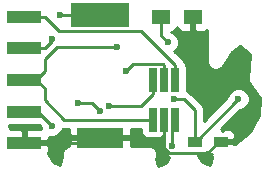
<source format=gbl>
G04 #@! TF.FileFunction,Copper,L2,Bot,Signal*
%FSLAX46Y46*%
G04 Gerber Fmt 4.6, Leading zero omitted, Abs format (unit mm)*
G04 Created by KiCad (PCBNEW 4.0.4-stable) date 08/29/17 21:10:05*
%MOMM*%
%LPD*%
G01*
G04 APERTURE LIST*
%ADD10C,0.100000*%
%ADD11R,1.200000X0.900000*%
%ADD12R,1.500000X1.300000*%
%ADD13R,5.000000X2.000000*%
%ADD14R,4.000000X1.700000*%
%ADD15R,0.650000X2.000000*%
%ADD16R,3.000000X1.000000*%
%ADD17C,0.600000*%
%ADD18C,0.250000*%
%ADD19C,0.254000*%
G04 APERTURE END LIST*
D10*
D11*
X16637260Y-10104040D03*
X18837260Y-10104040D03*
D12*
X13787260Y445960D03*
X16487260Y445960D03*
D13*
X8637260Y595960D03*
D14*
X8637260Y-9754040D03*
D15*
X14987260Y-8264040D03*
X14037260Y-8264040D03*
X13087260Y-8264040D03*
X13087260Y-4844040D03*
X14037260Y-4844040D03*
X14987260Y-4844040D03*
D16*
X2187260Y-10204040D03*
X2187260Y-7554040D03*
X2187260Y-2204040D03*
X2187260Y-4854040D03*
X2187260Y445960D03*
D17*
X10037260Y-2104040D03*
X14337260Y-1704040D03*
X9337260Y-7054040D03*
X14887260Y-6516042D03*
X20337260Y-6484042D03*
X5237260Y595960D03*
X4537260Y-8754040D03*
X10837260Y-4104040D03*
X8637260Y-7504040D03*
X14737260Y-10454040D03*
X6787260Y-6804040D03*
X4587260Y-1404040D03*
D18*
X10037260Y-2104040D02*
X4937260Y-2104040D01*
X4937260Y-2104040D02*
X3937260Y-3104040D01*
X3937260Y-3104040D02*
X3937260Y-4104040D01*
X3937260Y-4104040D02*
X3187260Y-4854040D01*
X3187260Y-4854040D02*
X2187260Y-4854040D01*
X13787260Y445960D02*
X13787260Y-1154040D01*
X13787260Y-1154040D02*
X14337260Y-1704040D01*
X13087260Y-8264040D02*
X5597260Y-8264040D01*
X5597260Y-8264040D02*
X3937260Y-6604040D01*
X3937260Y-6604040D02*
X3937260Y-5604040D01*
X3937260Y-5604040D02*
X3187260Y-4854040D01*
X18837260Y-10104040D02*
X18687260Y-10104040D01*
X17712259Y-11079041D02*
X14437259Y-11079041D01*
X18687260Y-10104040D02*
X17712259Y-11079041D01*
X14437259Y-11079041D02*
X14037260Y-10679042D01*
X14037260Y-9514040D02*
X14037260Y-8264040D01*
X14037260Y-10679042D02*
X14037260Y-9514040D01*
X2187260Y-10204040D02*
X8187260Y-10204040D01*
X8187260Y-10204040D02*
X8637260Y-9754040D01*
X14037260Y-9514040D02*
X13797260Y-9754040D01*
X13797260Y-9754040D02*
X10887260Y-9754040D01*
X10887260Y-9754040D02*
X8637260Y-9754040D01*
X13087260Y-4844040D02*
X13087260Y-6094040D01*
X13087260Y-6094040D02*
X12127260Y-7054040D01*
X12127260Y-7054040D02*
X9337260Y-7054040D01*
X15737260Y-6504040D02*
X16637260Y-7404040D01*
X16637260Y-7404040D02*
X16637260Y-8266042D01*
X15323526Y-6504040D02*
X15737260Y-6504040D01*
X14887260Y-6516042D02*
X15311524Y-6516042D01*
X15311524Y-6516042D02*
X15323526Y-6504040D01*
X16637260Y-8266042D02*
X16637260Y-10104040D01*
X20337260Y-6484042D02*
X16717262Y-10104040D01*
X16717262Y-10104040D02*
X16637260Y-10104040D01*
X8637260Y595960D02*
X7137260Y595960D01*
X7137260Y595960D02*
X5237260Y595960D01*
X4537260Y-8754040D02*
X3337260Y-7554040D01*
X3337260Y-7554040D02*
X2187260Y-7554040D01*
X14037260Y-4844040D02*
X14037260Y-3594040D01*
X11422261Y-3519039D02*
X10837260Y-4104040D01*
X14037260Y-3594040D02*
X13962259Y-3519039D01*
X13962259Y-3519039D02*
X11422261Y-3519039D01*
X14987260Y-4844040D02*
X14987260Y-3594040D01*
X14987260Y-3594040D02*
X12122261Y-729041D01*
X12122261Y-729041D02*
X5112261Y-729041D01*
X5112261Y-729041D02*
X3937260Y445960D01*
X3937260Y445960D02*
X2187260Y445960D01*
X14737260Y-10454040D02*
X14737260Y-8514040D01*
X14737260Y-8514040D02*
X14987260Y-8264040D01*
X7552260Y-6804040D02*
X7937260Y-6804040D01*
X7937260Y-6804040D02*
X8637260Y-7504040D01*
X6787260Y-6804040D02*
X7552260Y-6804040D01*
X2187260Y-2204040D02*
X3937260Y-2204040D01*
X3937260Y-2204040D02*
X4587260Y-1554040D01*
X4587260Y-1554040D02*
X4587260Y-1404040D01*
D19*
G36*
X3602138Y-8893720D02*
X3602098Y-8939207D01*
X3655744Y-9069040D01*
X2473010Y-9069040D01*
X2314260Y-9227790D01*
X2314260Y-10077040D01*
X4163510Y-10077040D01*
X4322260Y-9918290D01*
X4322260Y-9677168D01*
X4350461Y-9688878D01*
X4722427Y-9689202D01*
X5066203Y-9547157D01*
X5329452Y-9284367D01*
X5449735Y-8994695D01*
X5597260Y-9024040D01*
X6002260Y-9024040D01*
X6002260Y-9468290D01*
X6161010Y-9627040D01*
X8510260Y-9627040D01*
X8510260Y-9607040D01*
X8764260Y-9607040D01*
X8764260Y-9627040D01*
X11113510Y-9627040D01*
X11272260Y-9468290D01*
X11272260Y-9024040D01*
X12114820Y-9024040D01*
X12114820Y-9264040D01*
X12159098Y-9499357D01*
X12298170Y-9715481D01*
X12510370Y-9860471D01*
X12762260Y-9911480D01*
X13412260Y-9911480D01*
X13552346Y-9885121D01*
X13585950Y-9899040D01*
X13751510Y-9899040D01*
X13910258Y-9740292D01*
X13910258Y-9899040D01*
X13969784Y-9899040D01*
X13945068Y-9923713D01*
X13802422Y-10267241D01*
X13802098Y-10639207D01*
X13944143Y-10982983D01*
X14206933Y-11246232D01*
X14496496Y-11366470D01*
X14192193Y-11940791D01*
X13543833Y-12198572D01*
X13386342Y-11513485D01*
X13402303Y-11481562D01*
X13409041Y-11456956D01*
X13423214Y-11435745D01*
X13445416Y-11324127D01*
X13475473Y-11214371D01*
X13472283Y-11189063D01*
X13477260Y-11164040D01*
X13455058Y-11052423D01*
X13440825Y-10939518D01*
X13428191Y-10917354D01*
X13423214Y-10892335D01*
X13359990Y-10797713D01*
X13303632Y-10698847D01*
X13283480Y-10683207D01*
X13269306Y-10661994D01*
X13174682Y-10598769D01*
X13084782Y-10528997D01*
X13060176Y-10522259D01*
X13038965Y-10508086D01*
X12927347Y-10485884D01*
X12817591Y-10455827D01*
X12792282Y-10459017D01*
X12767260Y-10454040D01*
X11272260Y-10454040D01*
X11272260Y-10039790D01*
X11113510Y-9881040D01*
X8764260Y-9881040D01*
X8764260Y-9901040D01*
X8510260Y-9901040D01*
X8510260Y-9881040D01*
X6161010Y-9881040D01*
X6002260Y-10039790D01*
X6002260Y-10458670D01*
X5906806Y-10487946D01*
X5805555Y-10508086D01*
X5775364Y-10528259D01*
X5740649Y-10538906D01*
X5661053Y-10604638D01*
X5575214Y-10661994D01*
X5555039Y-10692188D01*
X5527044Y-10715307D01*
X5478660Y-10806498D01*
X5421306Y-10892335D01*
X5414223Y-10927946D01*
X5397203Y-10960023D01*
X5387400Y-11062793D01*
X5367260Y-11164040D01*
X5374344Y-11199653D01*
X5370896Y-11235799D01*
X5401166Y-11334494D01*
X5404870Y-11353116D01*
X5243048Y-12052997D01*
X4601396Y-11792447D01*
X4215116Y-11074210D01*
X4225587Y-11063739D01*
X4322260Y-10830350D01*
X4322260Y-10489790D01*
X4163510Y-10331040D01*
X2314260Y-10331040D01*
X2314260Y-10351040D01*
X2060260Y-10351040D01*
X2060260Y-10331040D01*
X2040260Y-10331040D01*
X2040260Y-10077040D01*
X2060260Y-10077040D01*
X2060260Y-9227790D01*
X1901510Y-9069040D01*
X975263Y-9069040D01*
X891867Y-8701480D01*
X3409898Y-8701480D01*
X3602138Y-8893720D01*
X3602138Y-8893720D01*
G37*
X3602138Y-8893720D02*
X3602098Y-8939207D01*
X3655744Y-9069040D01*
X2473010Y-9069040D01*
X2314260Y-9227790D01*
X2314260Y-10077040D01*
X4163510Y-10077040D01*
X4322260Y-9918290D01*
X4322260Y-9677168D01*
X4350461Y-9688878D01*
X4722427Y-9689202D01*
X5066203Y-9547157D01*
X5329452Y-9284367D01*
X5449735Y-8994695D01*
X5597260Y-9024040D01*
X6002260Y-9024040D01*
X6002260Y-9468290D01*
X6161010Y-9627040D01*
X8510260Y-9627040D01*
X8510260Y-9607040D01*
X8764260Y-9607040D01*
X8764260Y-9627040D01*
X11113510Y-9627040D01*
X11272260Y-9468290D01*
X11272260Y-9024040D01*
X12114820Y-9024040D01*
X12114820Y-9264040D01*
X12159098Y-9499357D01*
X12298170Y-9715481D01*
X12510370Y-9860471D01*
X12762260Y-9911480D01*
X13412260Y-9911480D01*
X13552346Y-9885121D01*
X13585950Y-9899040D01*
X13751510Y-9899040D01*
X13910258Y-9740292D01*
X13910258Y-9899040D01*
X13969784Y-9899040D01*
X13945068Y-9923713D01*
X13802422Y-10267241D01*
X13802098Y-10639207D01*
X13944143Y-10982983D01*
X14206933Y-11246232D01*
X14496496Y-11366470D01*
X14192193Y-11940791D01*
X13543833Y-12198572D01*
X13386342Y-11513485D01*
X13402303Y-11481562D01*
X13409041Y-11456956D01*
X13423214Y-11435745D01*
X13445416Y-11324127D01*
X13475473Y-11214371D01*
X13472283Y-11189063D01*
X13477260Y-11164040D01*
X13455058Y-11052423D01*
X13440825Y-10939518D01*
X13428191Y-10917354D01*
X13423214Y-10892335D01*
X13359990Y-10797713D01*
X13303632Y-10698847D01*
X13283480Y-10683207D01*
X13269306Y-10661994D01*
X13174682Y-10598769D01*
X13084782Y-10528997D01*
X13060176Y-10522259D01*
X13038965Y-10508086D01*
X12927347Y-10485884D01*
X12817591Y-10455827D01*
X12792282Y-10459017D01*
X12767260Y-10454040D01*
X11272260Y-10454040D01*
X11272260Y-10039790D01*
X11113510Y-9881040D01*
X8764260Y-9881040D01*
X8764260Y-9901040D01*
X8510260Y-9901040D01*
X8510260Y-9881040D01*
X6161010Y-9881040D01*
X6002260Y-10039790D01*
X6002260Y-10458670D01*
X5906806Y-10487946D01*
X5805555Y-10508086D01*
X5775364Y-10528259D01*
X5740649Y-10538906D01*
X5661053Y-10604638D01*
X5575214Y-10661994D01*
X5555039Y-10692188D01*
X5527044Y-10715307D01*
X5478660Y-10806498D01*
X5421306Y-10892335D01*
X5414223Y-10927946D01*
X5397203Y-10960023D01*
X5387400Y-11062793D01*
X5367260Y-11164040D01*
X5374344Y-11199653D01*
X5370896Y-11235799D01*
X5401166Y-11334494D01*
X5404870Y-11353116D01*
X5243048Y-12052997D01*
X4601396Y-11792447D01*
X4215116Y-11074210D01*
X4225587Y-11063739D01*
X4322260Y-10830350D01*
X4322260Y-10489790D01*
X4163510Y-10331040D01*
X2314260Y-10331040D01*
X2314260Y-10351040D01*
X2060260Y-10351040D01*
X2060260Y-10331040D01*
X2040260Y-10331040D01*
X2040260Y-10077040D01*
X2060260Y-10077040D01*
X2060260Y-9227790D01*
X1901510Y-9069040D01*
X975263Y-9069040D01*
X891867Y-8701480D01*
X3409898Y-8701480D01*
X3602138Y-8893720D01*
G36*
X17877562Y-11092367D02*
X18056502Y-11166486D01*
X18049047Y-11193709D01*
X18060405Y-11283806D01*
X18059370Y-11374613D01*
X18064142Y-11386514D01*
X17898940Y-12115094D01*
X17245610Y-11852979D01*
X16906399Y-11201480D01*
X17237260Y-11201480D01*
X17472577Y-11157202D01*
X17688701Y-11018130D01*
X17735229Y-10950034D01*
X17877562Y-11092367D01*
X17877562Y-11092367D01*
G37*
X17877562Y-11092367D02*
X18056502Y-11166486D01*
X18049047Y-11193709D01*
X18060405Y-11283806D01*
X18059370Y-11374613D01*
X18064142Y-11386514D01*
X17898940Y-12115094D01*
X17245610Y-11852979D01*
X16906399Y-11201480D01*
X17237260Y-11201480D01*
X17472577Y-11157202D01*
X17688701Y-11018130D01*
X17735229Y-10950034D01*
X17877562Y-11092367D01*
G36*
X16614260Y572960D02*
X16634260Y572960D01*
X16634260Y318960D01*
X16614260Y318960D01*
X16614260Y-680290D01*
X16773010Y-839040D01*
X17363569Y-839040D01*
X17596958Y-742367D01*
X17697260Y-642066D01*
X17697260Y-3334040D01*
X17712466Y-3410484D01*
X17714244Y-3488408D01*
X17739231Y-3545040D01*
X17751306Y-3605745D01*
X17794609Y-3670553D01*
X17826072Y-3741863D01*
X17870825Y-3784619D01*
X17905214Y-3836086D01*
X17970022Y-3879389D01*
X18026379Y-3933231D01*
X18084091Y-3955607D01*
X18135555Y-3989994D01*
X18212002Y-4005200D01*
X18284672Y-4033376D01*
X18346550Y-4031964D01*
X18407260Y-4044040D01*
X18483704Y-4028834D01*
X18561628Y-4027056D01*
X18618260Y-4002069D01*
X18678965Y-3989994D01*
X18743773Y-3946691D01*
X18815083Y-3915228D01*
X18857839Y-3870475D01*
X18909306Y-3836086D01*
X18952609Y-3771278D01*
X19006451Y-3714921D01*
X19754407Y-2538259D01*
X20470403Y-2015468D01*
X21318781Y-2685523D01*
X21149595Y-4766506D01*
X21162991Y-4882245D01*
X21169054Y-4998602D01*
X21178833Y-5019120D01*
X21181446Y-5041697D01*
X21238110Y-5143493D01*
X21288242Y-5248680D01*
X22135706Y-6384281D01*
X22065806Y-7821111D01*
X21272329Y-9315213D01*
X20009206Y-10287485D01*
X19976141Y-10293671D01*
X19913510Y-10231040D01*
X18964260Y-10231040D01*
X18964260Y-10251040D01*
X18710260Y-10251040D01*
X18710260Y-10231040D01*
X18690260Y-10231040D01*
X18690260Y-9977040D01*
X18710260Y-9977040D01*
X18710260Y-9957040D01*
X18964260Y-9957040D01*
X18964260Y-9977040D01*
X19913510Y-9977040D01*
X20072260Y-9818290D01*
X20072260Y-9527730D01*
X19975587Y-9294341D01*
X19796958Y-9115713D01*
X19563569Y-9019040D01*
X19123010Y-9019040D01*
X18964262Y-9177788D01*
X18964262Y-9019040D01*
X18877064Y-9019040D01*
X20476940Y-7419164D01*
X20522427Y-7419204D01*
X20866203Y-7277159D01*
X21129452Y-7014369D01*
X21272098Y-6670841D01*
X21272422Y-6298875D01*
X21130377Y-5955099D01*
X20867587Y-5691850D01*
X20524059Y-5549204D01*
X20152093Y-5548880D01*
X19808317Y-5690925D01*
X19545068Y-5953715D01*
X19402422Y-6297243D01*
X19402381Y-6344119D01*
X17397260Y-8349240D01*
X17397260Y-7404040D01*
X17380319Y-7318873D01*
X17339408Y-7113200D01*
X17174661Y-6866639D01*
X16274661Y-5966639D01*
X16028099Y-5801892D01*
X15959700Y-5788286D01*
X15959700Y-3844040D01*
X15915422Y-3608723D01*
X15776350Y-3392599D01*
X15696312Y-3337912D01*
X15689408Y-3303201D01*
X15689408Y-3303200D01*
X15524661Y-3056639D01*
X14915734Y-2447712D01*
X15129452Y-2234367D01*
X15272098Y-1890839D01*
X15272422Y-1518873D01*
X15130377Y-1175097D01*
X14867587Y-911848D01*
X14664533Y-827532D01*
X14772577Y-807202D01*
X14988701Y-668130D01*
X15133691Y-455930D01*
X15140451Y-422550D01*
X15198933Y-563739D01*
X15377562Y-742367D01*
X15610951Y-839040D01*
X16201510Y-839040D01*
X16360260Y-680290D01*
X16360260Y318960D01*
X16340260Y318960D01*
X16340260Y572960D01*
X16360260Y572960D01*
X16360260Y592960D01*
X16614260Y592960D01*
X16614260Y572960D01*
X16614260Y572960D01*
G37*
X16614260Y572960D02*
X16634260Y572960D01*
X16634260Y318960D01*
X16614260Y318960D01*
X16614260Y-680290D01*
X16773010Y-839040D01*
X17363569Y-839040D01*
X17596958Y-742367D01*
X17697260Y-642066D01*
X17697260Y-3334040D01*
X17712466Y-3410484D01*
X17714244Y-3488408D01*
X17739231Y-3545040D01*
X17751306Y-3605745D01*
X17794609Y-3670553D01*
X17826072Y-3741863D01*
X17870825Y-3784619D01*
X17905214Y-3836086D01*
X17970022Y-3879389D01*
X18026379Y-3933231D01*
X18084091Y-3955607D01*
X18135555Y-3989994D01*
X18212002Y-4005200D01*
X18284672Y-4033376D01*
X18346550Y-4031964D01*
X18407260Y-4044040D01*
X18483704Y-4028834D01*
X18561628Y-4027056D01*
X18618260Y-4002069D01*
X18678965Y-3989994D01*
X18743773Y-3946691D01*
X18815083Y-3915228D01*
X18857839Y-3870475D01*
X18909306Y-3836086D01*
X18952609Y-3771278D01*
X19006451Y-3714921D01*
X19754407Y-2538259D01*
X20470403Y-2015468D01*
X21318781Y-2685523D01*
X21149595Y-4766506D01*
X21162991Y-4882245D01*
X21169054Y-4998602D01*
X21178833Y-5019120D01*
X21181446Y-5041697D01*
X21238110Y-5143493D01*
X21288242Y-5248680D01*
X22135706Y-6384281D01*
X22065806Y-7821111D01*
X21272329Y-9315213D01*
X20009206Y-10287485D01*
X19976141Y-10293671D01*
X19913510Y-10231040D01*
X18964260Y-10231040D01*
X18964260Y-10251040D01*
X18710260Y-10251040D01*
X18710260Y-10231040D01*
X18690260Y-10231040D01*
X18690260Y-9977040D01*
X18710260Y-9977040D01*
X18710260Y-9957040D01*
X18964260Y-9957040D01*
X18964260Y-9977040D01*
X19913510Y-9977040D01*
X20072260Y-9818290D01*
X20072260Y-9527730D01*
X19975587Y-9294341D01*
X19796958Y-9115713D01*
X19563569Y-9019040D01*
X19123010Y-9019040D01*
X18964262Y-9177788D01*
X18964262Y-9019040D01*
X18877064Y-9019040D01*
X20476940Y-7419164D01*
X20522427Y-7419204D01*
X20866203Y-7277159D01*
X21129452Y-7014369D01*
X21272098Y-6670841D01*
X21272422Y-6298875D01*
X21130377Y-5955099D01*
X20867587Y-5691850D01*
X20524059Y-5549204D01*
X20152093Y-5548880D01*
X19808317Y-5690925D01*
X19545068Y-5953715D01*
X19402422Y-6297243D01*
X19402381Y-6344119D01*
X17397260Y-8349240D01*
X17397260Y-7404040D01*
X17380319Y-7318873D01*
X17339408Y-7113200D01*
X17174661Y-6866639D01*
X16274661Y-5966639D01*
X16028099Y-5801892D01*
X15959700Y-5788286D01*
X15959700Y-3844040D01*
X15915422Y-3608723D01*
X15776350Y-3392599D01*
X15696312Y-3337912D01*
X15689408Y-3303201D01*
X15689408Y-3303200D01*
X15524661Y-3056639D01*
X14915734Y-2447712D01*
X15129452Y-2234367D01*
X15272098Y-1890839D01*
X15272422Y-1518873D01*
X15130377Y-1175097D01*
X14867587Y-911848D01*
X14664533Y-827532D01*
X14772577Y-807202D01*
X14988701Y-668130D01*
X15133691Y-455930D01*
X15140451Y-422550D01*
X15198933Y-563739D01*
X15377562Y-742367D01*
X15610951Y-839040D01*
X16201510Y-839040D01*
X16360260Y-680290D01*
X16360260Y318960D01*
X16340260Y318960D01*
X16340260Y572960D01*
X16360260Y572960D01*
X16360260Y592960D01*
X16614260Y592960D01*
X16614260Y572960D01*
M02*

</source>
